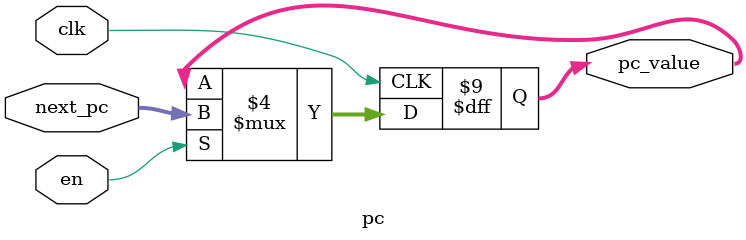
<source format=sv>
module pc(

    input logic clk, // Clock signal
    input logic [31:0] next_pc, // Next program counter value
    input logic en, // Enable signal to update PC
    output logic [31:0] pc_value // Current program counter value
);
logic [31:0] pc_reg=0; // Register to hold the current PC value 
    always_ff @(posedge clk ) begin
         begin
        if (en) begin // Check if the enable signal is high
            pc_reg=next_pc; // Update PC with the next value
            pc_value = pc_reg; // Output the current PC value
        end
         end
    end

endmodule
</source>
